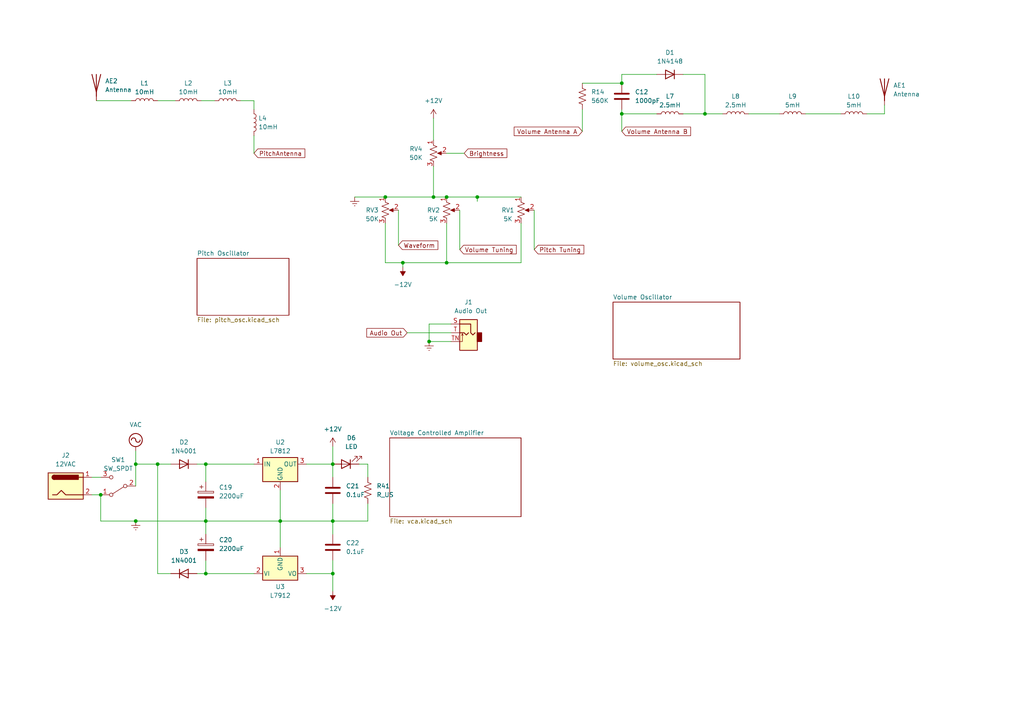
<source format=kicad_sch>
(kicad_sch (version 20230121) (generator eeschema)
  (paper "A4")
  (lib_symbols
    (symbol "Connector:Barrel_Jack" (pin_names (offset 1.016))
      (property "Reference" "J" (at 0 5.334 0))
      (property "Value" "Barrel_Jack" (at 0 -5.08 0))
      (symbol "Barrel_Jack_0_1"
        (rectangle (start -5.08 3.81) (end 5.08 -3.81) (stroke (width 0.254)) (fill (type background)))
        (arc (start -3.302 3.175) (mid -3.9343 2.54) (end -3.302 1.905) (stroke (width 0.254)))
        (arc (start -3.302 3.175) (mid -3.9343 2.54) (end -3.302 1.905) (stroke (width 0.254)) (fill (type outline)))
        (polyline (pts (xy 5.08 2.54) (xy 3.81 2.54)) (stroke (width 0.254)))
        (polyline (pts (xy -3.81 -2.54) (xy -2.54 -2.54) (xy -1.27 -1.27) (xy 0 -2.54) (xy 2.54 -2.54) (xy 5.08 -2.54)) (stroke (width 0.254)))
        (rectangle (start 3.683 3.175) (end -3.302 1.905) (stroke (width 0.254)) (fill (type outline)))
      )
      (symbol "Barrel_Jack_1_1"
        (pin passive line (at 7.62 2.54 180) (length 2.54) (name "~") (number "1"))
        (pin passive line (at 7.62 -2.54 180) (length 2.54) (name "~") (number "2"))
      )
    )
    (symbol "Connector_Audio:AudioJack2_SwitchT"
      (property "Reference" "J" (at 0 8.89 0))
      (property "Value" "AudioJack2_SwitchT" (at 0 6.35 0))
      (symbol "AudioJack2_SwitchT_0_1"
        (rectangle (start -2.54 0) (end -3.81 -2.54) (stroke (width 0.254)) (fill (type outline)))
        (polyline (pts (xy 1.778 -0.254) (xy 2.032 -0.762)))
        (polyline (pts (xy 0 0) (xy 0.635 -0.635) (xy 1.27 0) (xy 2.54 0)) (stroke (width 0.254)))
        (polyline (pts (xy 2.54 -2.54) (xy 1.778 -2.54) (xy 1.778 -0.254) (xy 1.524 -0.762)))
        (polyline (pts (xy 2.54 2.54) (xy -0.635 2.54) (xy -0.635 0) (xy -1.27 -0.635) (xy -1.905 0)) (stroke (width 0.254)))
        (rectangle (start 2.54 3.81) (end -2.54 -5.08) (stroke (width 0.254)) (fill (type background)))
      )
      (symbol "AudioJack2_SwitchT_1_1"
        (pin passive line (at 5.08 2.54 180) (length 2.54) (name "~") (number "S"))
        (pin passive line (at 5.08 0 180) (length 2.54) (name "~") (number "T"))
        (pin passive line (at 5.08 -2.54 180) (length 2.54) (name "~") (number "TN"))
      )
    )
    (symbol "Device:Antenna" (pin_numbers hide) (pin_names (offset 1.016) hide)
      (property "Reference" "AE" (at -1.905 1.905 0))
      (property "Value" "Antenna" (at -1.905 0 0))
      (symbol "Antenna_0_1"
        (polyline (pts (xy 0 2.54) (xy 0 -3.81)) (stroke (width 0.254)))
        (polyline (pts (xy 1.27 2.54) (xy 0 -2.54) (xy -1.27 2.54)) (stroke (width 0.254)))
      )
      (symbol "Antenna_1_1"
        (pin input line (at 0 -5.08 90) (length 2.54) (name "A") (number "1"))
      )
    )
    (symbol "Device:C" (pin_numbers hide) (pin_names (offset 0.254))
      (property "Reference" "C" (at 0.635 2.54 0))
      (property "Value" "C" (at 0.635 -2.54 0))
      (symbol "C_0_1"
        (polyline (pts (xy -2.032 -0.762) (xy 2.032 -0.762)) (stroke (width 0.508)))
        (polyline (pts (xy -2.032 0.762) (xy 2.032 0.762)) (stroke (width 0.508)))
      )
      (symbol "C_1_1"
        (pin passive line (at 0 3.81 270) (length 2.794) (name "~") (number "1"))
        (pin passive line (at 0 -3.81 90) (length 2.794) (name "~") (number "2"))
      )
    )
    (symbol "Device:C_Polarized" (pin_numbers hide) (pin_names (offset 0.254))
      (property "Reference" "C" (at 0.635 2.54 0))
      (property "Value" "C_Polarized" (at 0.635 -2.54 0))
      (symbol "C_Polarized_0_1"
        (rectangle (start -2.286 0.508) (end 2.286 1.016))
        (polyline (pts (xy -1.778 2.286) (xy -0.762 2.286)))
        (polyline (pts (xy -1.27 2.794) (xy -1.27 1.778)))
        (rectangle (start 2.286 -0.508) (end -2.286 -1.016) (fill (type outline)))
      )
      (symbol "C_Polarized_1_1"
        (pin passive line (at 0 3.81 270) (length 2.794) (name "~") (number "1"))
        (pin passive line (at 0 -3.81 90) (length 2.794) (name "~") (number "2"))
      )
    )
    (symbol "Device:L" (pin_numbers hide) (pin_names (offset 1.016) hide)
      (property "Reference" "L" (at -1.27 0 90))
      (property "Value" "L" (at 1.905 0 90))
      (symbol "L_0_1"
        (arc (start 0 -2.54) (mid 0.6323 -1.905) (end 0 -1.27))
        (arc (start 0 -1.27) (mid 0.6323 -0.635) (end 0 0))
        (arc (start 0 0) (mid 0.6323 0.635) (end 0 1.27))
        (arc (start 0 1.27) (mid 0.6323 1.905) (end 0 2.54))
      )
      (symbol "L_1_1"
        (pin passive line (at 0 3.81 270) (length 1.27) (name "1") (number "1"))
        (pin passive line (at 0 -3.81 90) (length 1.27) (name "2") (number "2"))
      )
    )
    (symbol "Device:LED" (pin_numbers hide) (pin_names (offset 1.016) hide)
      (property "Reference" "D" (at 0 2.54 0))
      (property "Value" "LED" (at 0 -2.54 0))
      (symbol "LED_0_1"
        (polyline (pts (xy -1.27 -1.27) (xy -1.27 1.27)) (stroke (width 0.254)))
        (polyline (pts (xy -1.27 0) (xy 1.27 0)))
        (polyline (pts (xy 1.27 -1.27) (xy 1.27 1.27) (xy -1.27 0) (xy 1.27 -1.27)) (stroke (width 0.254)))
        (polyline (pts (xy -3.048 -0.762) (xy -4.572 -2.286) (xy -3.81 -2.286) (xy -4.572 -2.286) (xy -4.572 -1.524)))
        (polyline (pts (xy -1.778 -0.762) (xy -3.302 -2.286) (xy -2.54 -2.286) (xy -3.302 -2.286) (xy -3.302 -1.524)))
      )
      (symbol "LED_1_1"
        (pin passive line (at -3.81 0 0) (length 2.54) (name "K") (number "1"))
        (pin passive line (at 3.81 0 180) (length 2.54) (name "A") (number "2"))
      )
    )
    (symbol "Device:R_Potentiometer_US" (pin_names (offset 1.016) hide)
      (property "Reference" "RV" (at -4.445 0 90))
      (property "Value" "R_Potentiometer_US" (at -2.54 0 90))
      (symbol "R_Potentiometer_US_0_1"
        (polyline (pts (xy 0 -2.286) (xy 0 -2.54)))
        (polyline (pts (xy 0 2.54) (xy 0 2.286)))
        (polyline (pts (xy 2.54 0) (xy 1.524 0)))
        (polyline (pts (xy 1.143 0) (xy 2.286 0.508) (xy 2.286 -0.508) (xy 1.143 0)) (fill (type outline)))
        (polyline (pts (xy 0 -0.762) (xy 1.016 -1.143) (xy 0 -1.524) (xy -1.016 -1.905) (xy 0 -2.286)))
        (polyline (pts (xy 0 0.762) (xy 1.016 0.381) (xy 0 0) (xy -1.016 -0.381) (xy 0 -0.762)))
        (polyline (pts (xy 0 2.286) (xy 1.016 1.905) (xy 0 1.524) (xy -1.016 1.143) (xy 0 0.762)))
      )
      (symbol "R_Potentiometer_US_1_1"
        (pin passive line (at 0 3.81 270) (length 1.27) (name "1") (number "1"))
        (pin passive line (at 3.81 0 180) (length 1.27) (name "2") (number "2"))
        (pin passive line (at 0 -3.81 90) (length 1.27) (name "3") (number "3"))
      )
    )
    (symbol "Device:R_US" (pin_numbers hide) (pin_names (offset 0))
      (property "Reference" "R" (at 2.54 0 90))
      (property "Value" "R_US" (at -2.54 0 90))
      (symbol "R_US_0_1"
        (polyline (pts (xy 0 -2.286) (xy 0 -2.54)))
        (polyline (pts (xy 0 2.286) (xy 0 2.54)))
        (polyline (pts (xy 0 -0.762) (xy 1.016 -1.143) (xy 0 -1.524) (xy -1.016 -1.905) (xy 0 -2.286)))
        (polyline (pts (xy 0 0.762) (xy 1.016 0.381) (xy 0 0) (xy -1.016 -0.381) (xy 0 -0.762)))
        (polyline (pts (xy 0 2.286) (xy 1.016 1.905) (xy 0 1.524) (xy -1.016 1.143) (xy 0 0.762)))
      )
      (symbol "R_US_1_1"
        (pin passive line (at 0 3.81 270) (length 1.27) (name "~") (number "1"))
        (pin passive line (at 0 -3.81 90) (length 1.27) (name "~") (number "2"))
      )
    )
    (symbol "Diode:1N4001" (pin_numbers hide) (pin_names hide)
      (property "Reference" "D" (at 0 2.54 0))
      (property "Value" "1N4001" (at 0 -2.54 0))
      (symbol "1N4001_0_1"
        (polyline (pts (xy -1.27 1.27) (xy -1.27 -1.27)) (stroke (width 0.254)))
        (polyline (pts (xy 1.27 0) (xy -1.27 0)))
        (polyline (pts (xy 1.27 1.27) (xy 1.27 -1.27) (xy -1.27 0) (xy 1.27 1.27)) (stroke (width 0.254)))
      )
      (symbol "1N4001_1_1"
        (pin passive line (at -3.81 0 0) (length 2.54) (name "K") (number "1"))
        (pin passive line (at 3.81 0 180) (length 2.54) (name "A") (number "2"))
      )
    )
    (symbol "Diode:1N4148" (pin_numbers hide) (pin_names hide)
      (property "Reference" "D" (at 0 2.54 0))
      (property "Value" "1N4148" (at 0 -2.54 0))
      (symbol "1N4148_0_1"
        (polyline (pts (xy -1.27 1.27) (xy -1.27 -1.27)) (stroke (width 0.254)))
        (polyline (pts (xy 1.27 0) (xy -1.27 0)))
        (polyline (pts (xy 1.27 1.27) (xy 1.27 -1.27) (xy -1.27 0) (xy 1.27 1.27)) (stroke (width 0.254)))
      )
      (symbol "1N4148_1_1"
        (pin passive line (at -3.81 0 0) (length 2.54) (name "K") (number "1"))
        (pin passive line (at 3.81 0 180) (length 2.54) (name "A") (number "2"))
      )
    )
    (symbol "Regulator_Linear:L7812" (pin_names (offset 0.254))
      (property "Reference" "U" (at -3.81 3.175 0))
      (property "Value" "L7812" (at 0 3.175 0))
      (symbol "L7812_0_1"
        (rectangle (start -5.08 1.905) (end 5.08 -5.08) (stroke (width 0.254)) (fill (type background)))
      )
      (symbol "L7812_1_1"
        (pin power_in line (at -7.62 0 0) (length 2.54) (name "IN") (number "1"))
        (pin power_in line (at 0 -7.62 90) (length 2.54) (name "GND") (number "2"))
        (pin power_out line (at 7.62 0 180) (length 2.54) (name "OUT") (number "3"))
      )
    )
    (symbol "Regulator_Linear:L7912" (pin_names (offset 0.254))
      (property "Reference" "U" (at -3.81 -3.175 0))
      (property "Value" "L7912" (at 0 -3.175 0))
      (symbol "L7912_0_1"
        (rectangle (start -5.08 5.08) (end 5.08 -1.905) (stroke (width 0.254)) (fill (type background)))
      )
      (symbol "L7912_1_1"
        (pin power_in line (at 0 7.62 270) (length 2.54) (name "GND") (number "1"))
        (pin power_in line (at -7.62 0 0) (length 2.54) (name "VI") (number "2"))
        (pin power_out line (at 7.62 0 180) (length 2.54) (name "VO") (number "3"))
      )
    )
    (symbol "Switch:SW_SPDT" (pin_names (offset 0) hide)
      (property "Reference" "SW" (at 0 4.318 0))
      (property "Value" "SW_SPDT" (at 0 -5.08 0))
      (symbol "SW_SPDT_0_0"
        (circle (center -2.032 0) (radius 0.508))
        (circle (center 2.032 -2.54) (radius 0.508))
      )
      (symbol "SW_SPDT_0_1"
        (polyline (pts (xy -1.524 0.254) (xy 1.651 2.286)))
        (circle (center 2.032 2.54) (radius 0.508))
      )
      (symbol "SW_SPDT_1_1"
        (pin passive line (at 5.08 2.54 180) (length 2.54) (name "A") (number "1"))
        (pin passive line (at -5.08 0 0) (length 2.54) (name "B") (number "2"))
        (pin passive line (at 5.08 -2.54 180) (length 2.54) (name "C") (number "3"))
      )
    )
    (symbol "power:+12V" (power) (pin_names (offset 0))
      (property "Value" "+12V" (at 0 3.556 0))
      (symbol "+12V_0_1"
        (polyline (pts (xy -0.762 1.27) (xy 0 2.54)))
        (polyline (pts (xy 0 0) (xy 0 2.54)))
        (polyline (pts (xy 0 2.54) (xy 0.762 1.27)))
      )
      (symbol "+12V_1_1"
        (pin power_in line (at 0 0 90) (length 0) hide (name "+12V") (number "1"))
      )
    )
    (symbol "power:-12V" (power) (pin_names (offset 0))
      (property "Value" "-12V" (at 0 3.81 0))
      (symbol "-12V_0_0"
        (pin power_in line (at 0 0 90) (length 0) hide (name "-12V") (number "1"))
      )
      (symbol "-12V_0_1"
        (polyline (pts (xy 0 0) (xy 0 1.27) (xy 0.762 1.27) (xy 0 2.54) (xy -0.762 1.27) (xy 0 1.27)) (fill (type outline)))
      )
    )
    (symbol "power:Earth" (power) (pin_names (offset 0))
      (symbol "Earth_0_1"
        (polyline (pts (xy -0.635 -1.905) (xy 0.635 -1.905)))
        (polyline (pts (xy -0.127 -2.54) (xy 0.127 -2.54)))
        (polyline (pts (xy 0 -1.27) (xy 0 0)))
        (polyline (pts (xy 1.27 -1.27) (xy -1.27 -1.27)))
      )
      (symbol "Earth_1_1"
        (pin power_in line (at 0 0 270) (length 0) hide (name "Earth") (number "1"))
      )
    )
    (symbol "power:VAC" (power) (pin_names (offset 0))
      (property "Value" "VAC" (at 0 6.35 0))
      (symbol "VAC_0_1"
        (polyline (pts (xy 0 0) (xy 0 1.27)))
        (arc (start 0 3.175) (mid -0.635 3.8073) (end -1.27 3.175) (stroke (width 0.254)))
        (arc (start 0 3.175) (mid 0.635 2.5427) (end 1.27 3.175) (stroke (width 0.254)))
        (circle (center 0 3.175) (radius 1.905) (stroke (width 0.254)))
      )
      (symbol "VAC_1_1"
        (pin power_in line (at 0 0 90) (length 0) hide (name "VAC") (number "1"))
      )
    )
  )
  (junction (at 39.37 134.62))
  (junction (at 29.21 143.51))
  (junction (at 111.76 57.15))
  (junction (at 180.34 33.02))
  (junction (at 116.84 76.2))
  (junction (at 81.28 151.13))
  (junction (at 96.52 134.62))
  (junction (at 124.46 99.06))
  (junction (at 180.34 24.13))
  (junction (at 96.52 166.37))
  (junction (at 45.72 134.62))
  (junction (at 96.52 151.13))
  (junction (at 138.43 57.15))
  (junction (at 129.54 57.15))
  (junction (at 204.47 33.02))
  (junction (at 39.37 151.13))
  (junction (at 59.69 134.62))
  (junction (at 129.54 76.2))
  (junction (at 125.73 57.15))
  (junction (at 59.69 151.13))
  (junction (at 59.69 166.37))
  (wire (pts (xy 45.72 134.62) (xy 45.72 166.37)))
  (wire (pts (xy 111.76 64.77) (xy 111.76 76.2)))
  (wire (pts (xy 217.17 33.02) (xy 226.06 33.02)))
  (wire (pts (xy 96.52 129.54) (xy 96.52 134.62)))
  (wire (pts (xy 81.28 142.24) (xy 81.28 151.13)))
  (wire (pts (xy 251.46 33.02) (xy 256.54 33.02)))
  (wire (pts (xy 151.13 76.2) (xy 129.54 76.2)))
  (wire (pts (xy 130.81 93.98) (xy 124.46 93.98)))
  (wire (pts (xy 45.72 29.21) (xy 50.8 29.21)))
  (wire (pts (xy 59.69 134.62) (xy 57.15 134.62)))
  (wire (pts (xy 180.34 33.02) (xy 190.5 33.02)))
  (wire (pts (xy 256.54 30.48) (xy 256.54 33.02)))
  (wire (pts (xy 111.76 57.15) (xy 125.73 57.15)))
  (wire (pts (xy 124.46 99.06) (xy 130.81 99.06)))
  (wire (pts (xy 73.66 39.37) (xy 73.66 44.45)))
  (wire (pts (xy 106.68 151.13) (xy 106.68 146.05)))
  (wire (pts (xy 116.84 77.47) (xy 116.84 76.2)))
  (wire (pts (xy 26.67 143.51) (xy 29.21 143.51)))
  (wire (pts (xy 39.37 134.62) (xy 45.72 134.62)))
  (wire (pts (xy 39.37 134.62) (xy 39.37 130.81)))
  (wire (pts (xy 96.52 151.13) (xy 96.52 154.94)))
  (wire (pts (xy 69.85 29.21) (xy 73.66 29.21)))
  (wire (pts (xy 204.47 21.59) (xy 204.47 33.02)))
  (wire (pts (xy 27.94 29.21) (xy 38.1 29.21)))
  (wire (pts (xy 88.9 134.62) (xy 96.52 134.62)))
  (wire (pts (xy 59.69 162.56) (xy 59.69 166.37)))
  (wire (pts (xy 151.13 57.15) (xy 138.43 57.15)))
  (wire (pts (xy 39.37 151.13) (xy 59.69 151.13)))
  (wire (pts (xy 124.46 93.98) (xy 124.46 99.06)))
  (wire (pts (xy 190.5 21.59) (xy 180.34 21.59)))
  (wire (pts (xy 116.84 76.2) (xy 129.54 76.2)))
  (wire (pts (xy 59.69 166.37) (xy 57.15 166.37)))
  (wire (pts (xy 73.66 29.21) (xy 73.66 31.75)))
  (wire (pts (xy 45.72 166.37) (xy 49.53 166.37)))
  (wire (pts (xy 88.9 166.37) (xy 96.52 166.37)))
  (wire (pts (xy 96.52 146.05) (xy 96.52 151.13)))
  (wire (pts (xy 168.91 31.75) (xy 168.91 38.1)))
  (wire (pts (xy 180.34 33.02) (xy 180.34 38.1)))
  (wire (pts (xy 59.69 134.62) (xy 73.66 134.62)))
  (wire (pts (xy 154.94 60.96) (xy 154.94 72.39)))
  (wire (pts (xy 58.42 29.21) (xy 62.23 29.21)))
  (wire (pts (xy 59.69 151.13) (xy 81.28 151.13)))
  (wire (pts (xy 96.52 134.62) (xy 96.52 138.43)))
  (wire (pts (xy 81.28 158.75) (xy 81.28 151.13)))
  (wire (pts (xy 29.21 151.13) (xy 39.37 151.13)))
  (wire (pts (xy 129.54 64.77) (xy 129.54 76.2)))
  (wire (pts (xy 151.13 64.77) (xy 151.13 76.2)))
  (wire (pts (xy 39.37 134.62) (xy 39.37 140.97)))
  (wire (pts (xy 96.52 166.37) (xy 96.52 171.45)))
  (wire (pts (xy 81.28 151.13) (xy 96.52 151.13)))
  (wire (pts (xy 125.73 48.26) (xy 125.73 57.15)))
  (wire (pts (xy 168.91 24.13) (xy 180.34 24.13)))
  (wire (pts (xy 59.69 139.7) (xy 59.69 134.62)))
  (wire (pts (xy 26.67 138.43) (xy 29.21 138.43)))
  (wire (pts (xy 198.12 33.02) (xy 204.47 33.02)))
  (wire (pts (xy 106.68 134.62) (xy 104.14 134.62)))
  (wire (pts (xy 180.34 31.75) (xy 180.34 33.02)))
  (wire (pts (xy 133.35 60.96) (xy 133.35 72.39)))
  (wire (pts (xy 96.52 162.56) (xy 96.52 166.37)))
  (wire (pts (xy 233.68 33.02) (xy 243.84 33.02)))
  (wire (pts (xy 125.73 57.15) (xy 129.54 57.15)))
  (wire (pts (xy 59.69 147.32) (xy 59.69 151.13)))
  (wire (pts (xy 118.11 96.52) (xy 130.81 96.52)))
  (wire (pts (xy 111.76 57.15) (xy 102.87 57.15)))
  (wire (pts (xy 138.43 58.42) (xy 138.43 57.15)))
  (wire (pts (xy 115.57 60.96) (xy 115.57 71.12)))
  (wire (pts (xy 29.21 143.51) (xy 29.21 151.13)))
  (wire (pts (xy 204.47 33.02) (xy 209.55 33.02)))
  (wire (pts (xy 180.34 21.59) (xy 180.34 24.13)))
  (wire (pts (xy 45.72 134.62) (xy 49.53 134.62)))
  (wire (pts (xy 198.12 21.59) (xy 204.47 21.59)))
  (wire (pts (xy 116.84 76.2) (xy 111.76 76.2)))
  (wire (pts (xy 129.54 44.45) (xy 134.62 44.45)))
  (wire (pts (xy 73.66 166.37) (xy 59.69 166.37)))
  (wire (pts (xy 96.52 151.13) (xy 106.68 151.13)))
  (wire (pts (xy 59.69 151.13) (xy 59.69 154.94)))
  (wire (pts (xy 129.54 57.15) (xy 138.43 57.15)))
  (wire (pts (xy 106.68 138.43) (xy 106.68 134.62)))
  (wire (pts (xy 125.73 34.29) (xy 125.73 40.64)))
  (global_label "Pitch Tuning" (shape input) (at 154.94 72.39 0) (property "Intersheetrefs" "${INTERSHEET_REFS}" (effects hide)))
  (global_label "Brightness" (shape input) (at 134.62 44.45 0) (property "Intersheetrefs" "${INTERSHEET_REFS}" (effects hide)))
  (global_label "Volume Tuning" (shape input) (at 133.35 72.39 0) (property "Intersheetrefs" "${INTERSHEET_REFS}" (effects hide)))
  (global_label "Volume Antenna A" (shape input) (at 168.91 38.1 180) (property "Intersheetrefs" "${INTERSHEET_REFS}" (effects hide)))
  (global_label "PitchAntenna" (shape input) (at 73.66 44.45 0) (property "Intersheetrefs" "${INTERSHEET_REFS}" (effects hide)))
  (global_label "Waveform" (shape input) (at 115.57 71.12 0) (property "Intersheetrefs" "${INTERSHEET_REFS}" (effects hide)))
  (global_label "Audio Out" (shape input) (at 118.11 96.52 180) (property "Intersheetrefs" "${INTERSHEET_REFS}" (effects hide)))
  (global_label "Volume Antenna B" (shape input) (at 180.34 38.1 0) (property "Intersheetrefs" "${INTERSHEET_REFS}" (effects hide)))
  (symbol (lib_id "power:+12V") (at 96.52 129.54 0) (unit 1)
    (property "Reference" "#PWR033" (effects hide))
    (property "Value" "+12V" (at 96.52 124.46 0))
  )
  (symbol (lib_id "power:VAC") (at 39.37 130.81 0) (unit 1)
    (property "Reference" "#PWR010" (effects hide))
    (property "Value" "VAC" (at 39.37 123.19 0))
  )
  (symbol (lib_id "Device:R_Potentiometer_US") (at 125.73 44.45 0) (unit 1)
    (property "Reference" "RV4" (at 120.65 43.18 0))
    (property "Value" "50K" (at 120.65 45.72 0))
    (property "Footprint" "Potentiometer_THT:Potentiometer_Vishay_148-149_Single_Horizontal" (effects hide))
  )
  (symbol (lib_id "Device:LED") (at 100.33 134.62 180) (unit 1)
    (property "Reference" "D6" (at 101.9175 127 0))
    (property "Value" "LED" (at 101.9175 129.54 0))
    (property "Footprint" "LED_THT:LED_D3.0mm_Horizontal_O1.27mm_Z2.0mm_IRGrey" (effects hide))
  )
  (symbol (lib_id "Device:R_Potentiometer_US") (at 129.54 60.96 0) (unit 1)
    (property "Reference" "RV2" (at 125.73 60.96 0))
    (property "Value" "5K" (at 125.73 63.5 0))
    (property "Footprint" "Potentiometer_THT:Potentiometer_Vishay_148-149_Single_Horizontal" (effects hide))
  )
  (symbol (lib_id "Device:L") (at 229.87 33.02 90) (unit 1)
    (property "Reference" "L9" (at 229.87 27.94 90))
    (property "Value" "5mH" (at 229.87 30.48 90))
    (property "Footprint" "Inductor_SMD:L_1210_3225Metric" (effects hide))
  )
  (symbol (lib_id "Device:Antenna") (at 27.94 24.13 0) (unit 1)
    (property "Reference" "AE2" (at 30.48 23.495 0) (effects (justify left)))
    (property "Value" "Antenna" (at 30.48 26.035 0) (effects (justify left)))
    (property "Footprint" "Connector_Pin:Pin_D1.3mm_L11.0mm" (effects hide))
  )
  (symbol (lib_id "Device:L") (at 247.65 33.02 90) (unit 1)
    (property "Reference" "L10" (at 247.65 27.94 90))
    (property "Value" "5mH" (at 247.65 30.48 90))
    (property "Footprint" "Inductor_SMD:L_1210_3225Metric" (effects hide))
  )
  (symbol (lib_id "Device:C_Polarized") (at 59.69 158.75 0) (unit 1)
    (property "Reference" "C20" (at 63.5 156.591 0) (effects (justify left)))
    (property "Value" "2200uF" (at 63.5 159.131 0) (effects (justify left)))
    (property "Footprint" "Capacitor_THT:CP_Radial_D10.0mm_P3.50mm" (effects hide))
  )
  (symbol (lib_id "Regulator_Linear:L7812") (at 81.28 134.62 0) (unit 1)
    (property "Reference" "U2" (at 81.28 128.27 0))
    (property "Value" "L7812" (at 81.28 130.81 0))
    (property "Footprint" "Package_TO_SOT_THT:TO-220-3_Vertical" (effects hide))
    (property "Datasheet" "http://www.st.com/content/ccc/resource/technical/document/datasheet/41/4f/b3/b0/12/d4/47/88/CD00000444.pdf/files/CD00000444.pdf/jcr:content/translations/en.CD00000444.pdf" (effects hide))
  )
  (symbol (lib_id "Device:R_Potentiometer_US") (at 151.13 60.96 0) (unit 1)
    (property "Reference" "RV1" (at 147.32 60.96 0))
    (property "Value" "5K" (at 147.32 63.5 0))
    (property "Footprint" "Potentiometer_THT:Potentiometer_Vishay_148-149_Single_Horizontal" (effects hide))
  )
  (symbol (lib_id "Device:C") (at 96.52 142.24 0) (unit 1)
    (property "Reference" "C21" (at 100.33 140.97 0) (effects (justify left)))
    (property "Value" "0.1uF" (at 100.33 143.51 0) (effects (justify left)))
    (property "Footprint" "Capacitor_SMD:C_1812_4532Metric" (effects hide))
  )
  (symbol (lib_id "Diode:1N4148") (at 194.31 21.59 180) (unit 1)
    (property "Reference" "D1" (at 194.31 15.24 0))
    (property "Value" "1N4148" (at 194.31 17.78 0))
    (property "Footprint" "Diode_SMD:D_2010_5025Metric" (effects hide))
    (property "Datasheet" "https://assets.nexperia.com/documents/data-sheet/1N4148_1N4448.pdf" (effects hide))
    (property "Sim.Device" "D" (effects hide))
    (property "Sim.Pins" "1=K 2=A" (effects hide))
  )
  (symbol (lib_id "power:+12V") (at 125.73 34.29 0) (unit 1)
    (property "Reference" "#PWR035" (effects hide))
    (property "Value" "+12V" (at 125.73 29.21 0))
  )
  (symbol (lib_id "power:Earth") (at 124.46 99.06 0) (unit 1)
    (property "Reference" "#PWR034" (effects hide))
    (property "Value" "Earth" (effects hide))
  )
  (symbol (lib_id "Switch:SW_SPDT") (at 34.29 140.97 180) (unit 1)
    (property "Reference" "SW1" (at 34.29 133.35 0))
    (property "Value" "SW_SPDT" (at 34.29 135.89 0))
    (property "Footprint" "Button_Switch_THT:SW_SPST_Omron_B3F-315x_Angled" (effects hide))
  )
  (symbol (lib_id "Connector:Barrel_Jack") (at 19.05 140.97 0) (unit 1)
    (property "Reference" "J2" (at 19.05 132.08 0))
    (property "Value" "12VAC" (at 19.05 134.62 0))
    (property "Footprint" "Connector_BarrelJack:BarrelJack_CUI_PJ-063AH_Horizontal_CircularHoles" (effects hide))
  )
  (symbol (lib_id "power:Earth") (at 39.37 151.13 0) (unit 1)
    (property "Reference" "#PWR031" (effects hide))
    (property "Value" "Earth" (effects hide))
  )
  (symbol (lib_id "Device:C") (at 96.52 158.75 0) (unit 1)
    (property "Reference" "C22" (at 100.33 157.48 0) (effects (justify left)))
    (property "Value" "0.1uF" (at 100.33 160.02 0) (effects (justify left)))
    (property "Footprint" "Capacitor_SMD:C_1812_4532Metric" (effects hide))
  )
  (symbol (lib_id "Diode:1N4001") (at 53.34 166.37 0) (unit 1)
    (property "Reference" "D3" (at 53.34 160.02 0))
    (property "Value" "1N4001" (at 53.34 162.56 0))
    (property "Footprint" "Diode_SMD:D_2010_5025Metric" (effects hide))
    (property "Datasheet" "http://www.vishay.com/docs/88503/1n4001.pdf" (effects hide))
    (property "Sim.Device" "D" (effects hide))
    (property "Sim.Pins" "1=K 2=A" (effects hide))
  )
  (symbol (lib_id "Device:L") (at 41.91 29.21 90) (unit 1)
    (property "Reference" "L1" (at 41.91 24.13 90))
    (property "Value" "10mH" (at 41.91 26.67 90))
    (property "Footprint" "Inductor_SMD:L_1210_3225Metric" (effects hide))
  )
  (symbol (lib_id "Device:C") (at 180.34 27.94 0) (unit 1)
    (property "Reference" "C12" (at 184.15 26.67 0) (effects (justify left)))
    (property "Value" "1000pF" (at 184.15 29.21 0) (effects (justify left)))
    (property "Footprint" "Capacitor_SMD:C_0805_2012Metric" (effects hide))
  )
  (symbol (lib_id "Device:R_Potentiometer_US") (at 111.76 60.96 0) (unit 1)
    (property "Reference" "RV3" (at 107.95 60.96 0))
    (property "Value" "50K" (at 107.95 63.5 0))
    (property "Footprint" "Potentiometer_THT:Potentiometer_Vishay_148-149_Single_Horizontal" (effects hide))
  )
  (symbol (lib_id "Diode:1N4001") (at 53.34 134.62 180) (unit 1)
    (property "Reference" "D2" (at 53.34 128.27 0))
    (property "Value" "1N4001" (at 53.34 130.81 0))
    (property "Footprint" "Diode_SMD:D_2010_5025Metric" (effects hide))
    (property "Datasheet" "http://www.vishay.com/docs/88503/1n4001.pdf" (effects hide))
    (property "Sim.Device" "D" (effects hide))
    (property "Sim.Pins" "1=K 2=A" (effects hide))
  )
  (symbol (lib_id "Device:L") (at 66.04 29.21 90) (unit 1)
    (property "Reference" "L3" (at 66.04 24.13 90))
    (property "Value" "10mH" (at 66.04 26.67 90))
    (property "Footprint" "Inductor_SMD:L_1210_3225Metric" (effects hide))
  )
  (symbol (lib_id "power:Earth") (at 102.87 57.15 0) (unit 1)
    (property "Reference" "#PWR037" (effects hide))
    (property "Value" "Earth" (effects hide))
  )
  (symbol (lib_id "Device:L") (at 194.31 33.02 90) (unit 1)
    (property "Reference" "L7" (at 194.31 27.94 90))
    (property "Value" "2.5mH" (at 194.31 30.48 90))
    (property "Footprint" "Inductor_SMD:L_1210_3225Metric" (effects hide))
  )
  (symbol (lib_id "Device:R_US") (at 106.68 142.24 180) (unit 1)
    (property "Reference" "R41" (at 109.22 140.97 0) (effects (justify right)))
    (property "Value" "R_US" (at 109.22 143.51 0) (effects (justify right)))
    (property "Footprint" "Resistor_SMD:R_0805_2012Metric" (effects hide))
  )
  (symbol (lib_id "Device:L") (at 73.66 35.56 0) (unit 1)
    (property "Reference" "L4" (at 74.93 34.29 0) (effects (justify left)))
    (property "Value" "10mH" (at 74.93 36.83 0) (effects (justify left)))
    (property "Footprint" "Inductor_SMD:L_1210_3225Metric" (effects hide))
  )
  (symbol (lib_id "Connector_Audio:AudioJack2_SwitchT") (at 135.89 96.52 0) (mirror y) (unit 1)
    (property "Reference" "J1" (at 135.89 87.63 0))
    (property "Value" "Audio Out" (at 136.525 90.17 0))
    (property "Footprint" "Connector_Audio:Jack_3.5mm_CUI_SJ1-3533NG_Horizontal" (effects hide))
  )
  (symbol (lib_id "Device:L") (at 213.36 33.02 90) (unit 1)
    (property "Reference" "L8" (at 213.36 27.94 90))
    (property "Value" "2.5mH" (at 213.36 30.48 90))
    (property "Footprint" "Inductor_SMD:L_1210_3225Metric" (effects hide))
  )
  (symbol (lib_id "Device:L") (at 54.61 29.21 90) (unit 1)
    (property "Reference" "L2" (at 54.61 24.13 90))
    (property "Value" "10mH" (at 54.61 26.67 90))
    (property "Footprint" "Inductor_SMD:L_1210_3225Metric" (effects hide))
  )
  (symbol (lib_id "power:-12V") (at 96.52 171.45 180) (unit 1)
    (property "Reference" "#PWR032" (effects hide))
    (property "Value" "-12V" (at 96.52 176.53 0))
  )
  (symbol (lib_id "Device:Antenna") (at 256.54 25.4 0) (unit 1)
    (property "Reference" "AE1" (at 259.08 24.765 0) (effects (justify left)))
    (property "Value" "Antenna" (at 259.08 27.305 0) (effects (justify left)))
    (property "Footprint" "Connector_Pin:Pin_D1.3mm_L11.0mm" (effects hide))
  )
  (symbol (lib_id "Regulator_Linear:L7912") (at 81.28 166.37 0) (unit 1)
    (property "Reference" "U3" (at 81.28 170.18 0))
    (property "Value" "L7912" (at 81.28 172.72 0))
    (property "Footprint" "Package_TO_SOT_THT:TO-220-3_Vertical" (effects hide))
    (property "Datasheet" "http://www.st.com/content/ccc/resource/technical/document/datasheet/c9/16/86/41/c7/2b/45/f2/CD00000450.pdf/files/CD00000450.pdf/jcr:content/translations/en.CD00000450.pdf" (effects hide))
  )
  (symbol (lib_id "Device:C_Polarized") (at 59.69 143.51 0) (unit 1)
    (property "Reference" "C19" (at 63.5 141.351 0) (effects (justify left)))
    (property "Value" "2200uF" (at 63.5 143.891 0) (effects (justify left)))
    (property "Footprint" "Capacitor_THT:CP_Radial_D10.0mm_P3.50mm" (effects hide))
  )
  (symbol (lib_id "Device:R_US") (at 168.91 27.94 0) (unit 1)
    (property "Reference" "R14" (at 171.45 26.67 0) (effects (justify left)))
    (property "Value" "560K" (at 171.45 29.21 0) (effects (justify left)))
    (property "Footprint" "Resistor_SMD:R_0805_2012Metric" (effects hide))
  )
  (symbol (lib_id "power:-12V") (at 116.84 77.47 180) (unit 1)
    (property "Reference" "#PWR036" (effects hide))
    (property "Value" "-12V" (at 116.84 82.55 0))
  )
  (sheet (at 113.03 127) (size 38.1 22.86) (stroke (width 0.1524))
    (property "Sheetname" "Voltage Controlled Amplifier" (at 113.03 126.2884 0) (effects (justify left bottom)))
    (property "Sheetfile" "vca.kicad_sch" (at 113.03 150.4446 0) (effects (justify left top)))
  )
  (sheet (at 177.8 87.63) (size 36.83 16.51) (stroke (width 0.1524))
    (property "Sheetname" "Volume Oscillator" (at 177.8 86.9184 0) (effects (justify left bottom)))
    (property "Sheetfile" "volume_osc.kicad_sch" (at 177.8 104.7246 0) (effects (justify left top)))
  )
  (sheet (at 57.15 74.93) (size 26.67 16.51) (stroke (width 0.1524))
    (property "Sheetname" "Pitch Oscillator" (at 57.15 74.2184 0) (effects (justify left bottom)))
    (property "Sheetfile" "pitch_osc.kicad_sch" (at 57.15 92.0246 0) (effects (justify left top)))
  )
)
</source>
